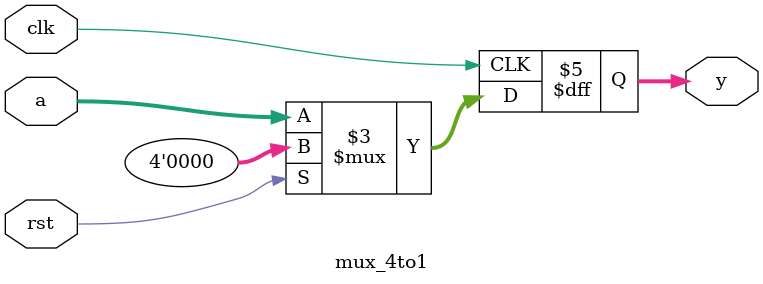
<source format=v>
/* 
 * Corevexis Semiconductor 
 * Example 65: MUX 4TO1 
 */

module mux_4to1 (
    input clk,
    input rst,
    input [3:0] a,
    output reg [3:0] y
);

always @(posedge clk) begin
    if(rst) y <= 4'b0;
    else y <= a; 
end

endmodule
</source>
